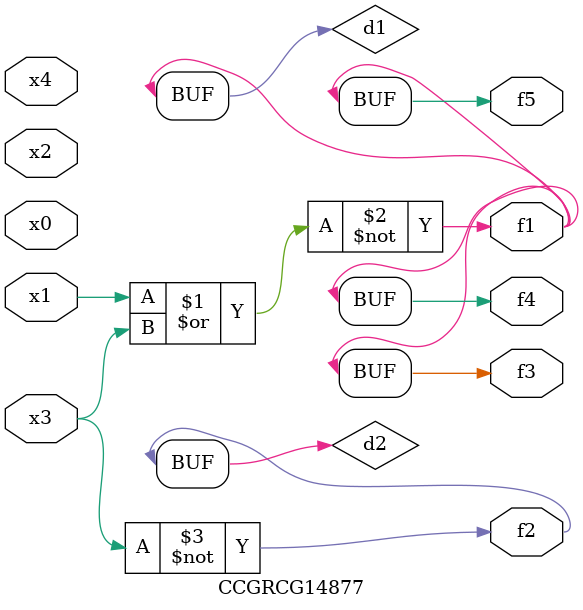
<source format=v>
module CCGRCG14877(
	input x0, x1, x2, x3, x4,
	output f1, f2, f3, f4, f5
);

	wire d1, d2;

	nor (d1, x1, x3);
	not (d2, x3);
	assign f1 = d1;
	assign f2 = d2;
	assign f3 = d1;
	assign f4 = d1;
	assign f5 = d1;
endmodule

</source>
